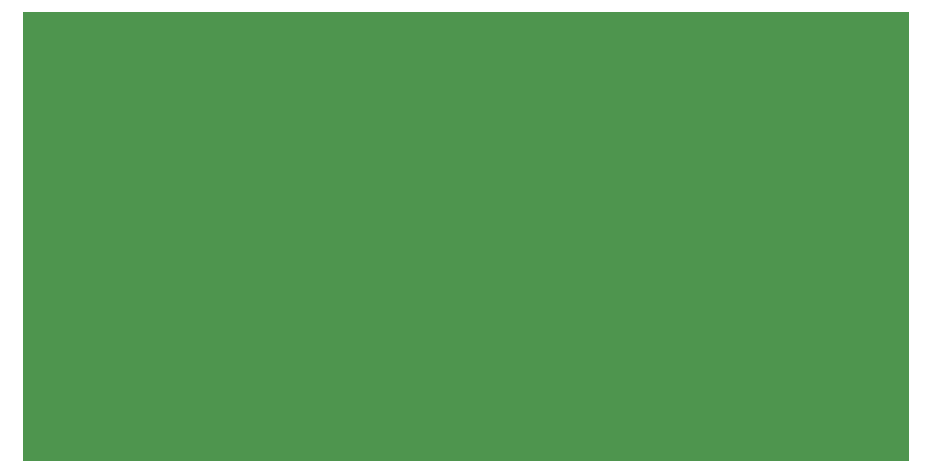
<source format=gbr>
G04 DipTrace 2.3.1.0*
%INBoard.gbr*%
%MOIN*%
%ADD11C,0.0055*%
%FSLAX44Y44*%
G04*
G70*
G90*
G75*
G01*
%LNBoardPoly*%
%LPD*%
G36*
X3937Y3937D2*
D11*
X33465D1*
Y18898D1*
X3937D1*
Y3937D1*
G37*
M02*

</source>
